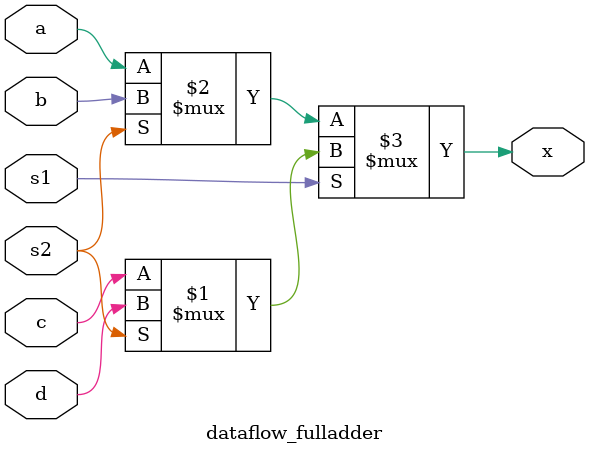
<source format=v>
module dataflow_fulladder(input a,b,c,d,s2,s1, output x);
assign x = s1 ? (s2 ? d : c) : (s2 ? b :a );
endmodule 
</source>
